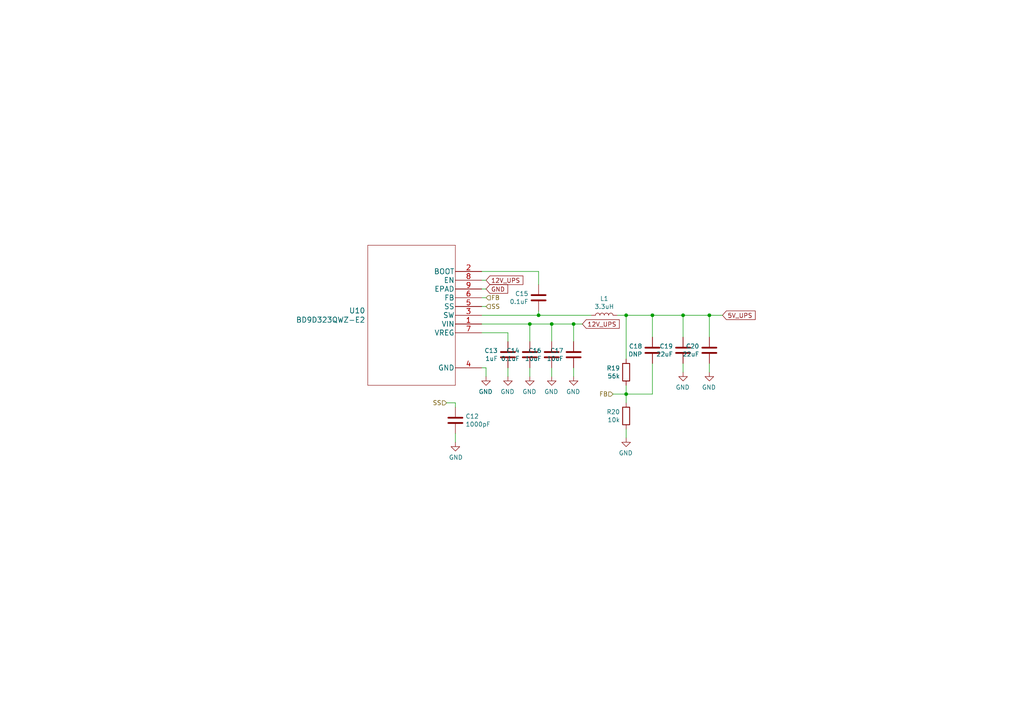
<source format=kicad_sch>
(kicad_sch (version 20211123) (generator eeschema)
  (paper "A4")
  (lib_symbols
    (symbol "Device:C" (pin_numbers hide) (pin_names (offset 0.254))
      (property "Reference" "C" (at 0.635 2.54 0))
      (property "Value" "C" (at 0.635 -2.54 0))
      (symbol "C_0_1"
        (polyline (pts (xy -2.032 -0.762) (xy 2.032 -0.762)) (stroke (width 0.508)))
        (polyline (pts (xy -2.032 0.762) (xy 2.032 0.762)) (stroke (width 0.508)))
      )
      (symbol "C_1_1"
        (pin passive line (at 0 3.81 270) (length 2.794) (name "~") (number "1"))
        (pin passive line (at 0 -3.81 90) (length 2.794) (name "~") (number "2"))
      )
    )
    (symbol "Device:L" (pin_numbers hide) (pin_names (offset 1.016) hide)
      (property "Reference" "L" (at -1.27 0 90))
      (property "Value" "L" (at 1.905 0 90))
      (symbol "L_0_1"
        (arc (start 0 -2.54) (mid 0.635 -1.905) (end 0 -1.27))
        (arc (start 0 -1.27) (mid 0.635 -0.635) (end 0 0))
        (arc (start 0 0) (mid 0.635 0.635) (end 0 1.27))
        (arc (start 0 1.27) (mid 0.635 1.905) (end 0 2.54))
      )
      (symbol "L_1_1"
        (pin passive line (at 0 3.81 270) (length 1.27) (name "1") (number "1"))
        (pin passive line (at 0 -3.81 90) (length 1.27) (name "2") (number "2"))
      )
    )
    (symbol "Device:R" (pin_numbers hide) (pin_names (offset 0))
      (property "Reference" "R" (at 2.032 0 90))
      (property "Value" "R" (at 0 0 90))
      (symbol "R_0_1"
        (rectangle (start -1.016 -2.54) (end 1.016 2.54) (stroke (width 0.254)))
      )
      (symbol "R_1_1"
        (pin passive line (at 0 3.81 270) (length 1.27) (name "~") (number "1"))
        (pin passive line (at 0 -3.81 90) (length 1.27) (name "~") (number "2"))
      )
    )
    (symbol "Ninja-qPCR:BD9D323QWZ-E2" (pin_names (offset 0.254))
      (property "Reference" "U" (at 20.32 12.7 0))
      (property "Value" "Ninja-qPCR_BD9D323QWZ-E2" (at 20.32 10.16 0))
      (symbol "BD9D323QWZ-E2_1_1"
        (polyline (pts (xy 7.62 -33.02) (xy 33.02 -33.02)) (stroke (width 0.127)))
        (polyline (pts (xy 7.62 7.62) (xy 7.62 -33.02)) (stroke (width 0.127)))
        (polyline (pts (xy 33.02 -33.02) (xy 33.02 7.62)) (stroke (width 0.127)))
        (polyline (pts (xy 33.02 7.62) (xy 7.62 7.62)) (stroke (width 0.127)))
        (pin unspecified line (at 0 -15.24 0) (length 7.62) (name "VIN") (number "1"))
        (pin unspecified line (at 0 0 0) (length 7.62) (name "BOOT") (number "2"))
        (pin unspecified line (at 0 -12.7 0) (length 7.62) (name "SW") (number "3"))
        (pin power_in line (at 0 -27.94 0) (length 7.62) (name "GND") (number "4"))
        (pin unspecified line (at 0 -10.16 0) (length 7.62) (name "SS") (number "5"))
        (pin unspecified line (at 0 -7.62 0) (length 7.62) (name "FB") (number "6"))
        (pin unspecified line (at 0 -17.78 0) (length 7.62) (name "VREG") (number "7"))
        (pin unspecified line (at 0 -2.54 0) (length 7.62) (name "EN") (number "8"))
        (pin unspecified line (at 0 -5.08 0) (length 7.62) (name "EPAD") (number "9"))
      )
    )
    (symbol "power:GND" (power) (pin_names (offset 0))
      (property "Value" "GND" (at 0 -3.81 0))
      (symbol "GND_0_1"
        (polyline (pts (xy 0 0) (xy 0 -1.27) (xy 1.27 -1.27) (xy 0 -2.54) (xy -1.27 -1.27) (xy 0 -1.27)))
      )
      (symbol "GND_1_1"
        (pin power_in line (at 0 0 270) (length 0) hide (name "GND") (number "1"))
      )
    )
  )
  (junction (at 189.23 91.44))
  (junction (at 181.61 91.44))
  (junction (at 160.02 93.98))
  (junction (at 156.21 91.44))
  (junction (at 166.37 93.98))
  (junction (at 198.12 91.44))
  (junction (at 205.74 91.44))
  (junction (at 153.67 93.98))
  (junction (at 181.61 114.3))
  (wire (pts (xy 156.21 78.74) (xy 139.7 78.74)))
  (wire (pts (xy 132.08 128.27) (xy 132.08 125.73)))
  (wire (pts (xy 189.23 97.79) (xy 189.23 91.44)))
  (wire (pts (xy 189.23 91.44) (xy 181.61 91.44)))
  (wire (pts (xy 129.54 116.84) (xy 132.08 116.84)))
  (wire (pts (xy 139.7 93.98) (xy 153.67 93.98)))
  (wire (pts (xy 132.08 116.84) (xy 132.08 118.11)))
  (wire (pts (xy 140.97 81.28) (xy 139.7 81.28)))
  (wire (pts (xy 140.97 88.9) (xy 139.7 88.9)))
  (wire (pts (xy 160.02 109.22) (xy 160.02 106.68)))
  (wire (pts (xy 160.02 93.98) (xy 166.37 93.98)))
  (wire (pts (xy 177.8 114.3) (xy 181.61 114.3)))
  (wire (pts (xy 205.74 97.79) (xy 205.74 91.44)))
  (wire (pts (xy 166.37 99.06) (xy 166.37 93.98)))
  (wire (pts (xy 140.97 109.22) (xy 140.97 106.68)))
  (wire (pts (xy 140.97 106.68) (xy 139.7 106.68)))
  (wire (pts (xy 198.12 91.44) (xy 205.74 91.44)))
  (wire (pts (xy 181.61 127) (xy 181.61 124.46)))
  (wire (pts (xy 140.97 83.82) (xy 139.7 83.82)))
  (wire (pts (xy 153.67 99.06) (xy 153.67 93.98)))
  (wire (pts (xy 198.12 107.95) (xy 198.12 105.41)))
  (wire (pts (xy 156.21 90.17) (xy 156.21 91.44)))
  (wire (pts (xy 156.21 91.44) (xy 171.45 91.44)))
  (wire (pts (xy 166.37 93.98) (xy 168.91 93.98)))
  (wire (pts (xy 166.37 109.22) (xy 166.37 106.68)))
  (wire (pts (xy 181.61 116.84) (xy 181.61 114.3)))
  (wire (pts (xy 156.21 82.55) (xy 156.21 78.74)))
  (wire (pts (xy 147.32 106.68) (xy 147.32 109.22)))
  (wire (pts (xy 153.67 93.98) (xy 160.02 93.98)))
  (wire (pts (xy 205.74 91.44) (xy 209.55 91.44)))
  (wire (pts (xy 139.7 91.44) (xy 156.21 91.44)))
  (wire (pts (xy 139.7 96.52) (xy 147.32 96.52)))
  (wire (pts (xy 189.23 114.3) (xy 181.61 114.3)))
  (wire (pts (xy 181.61 91.44) (xy 181.61 104.14)))
  (wire (pts (xy 189.23 105.41) (xy 189.23 114.3)))
  (wire (pts (xy 205.74 107.95) (xy 205.74 105.41)))
  (wire (pts (xy 181.61 91.44) (xy 179.07 91.44)))
  (wire (pts (xy 160.02 99.06) (xy 160.02 93.98)))
  (wire (pts (xy 140.97 86.36) (xy 139.7 86.36)))
  (wire (pts (xy 153.67 109.22) (xy 153.67 106.68)))
  (wire (pts (xy 198.12 91.44) (xy 198.12 97.79)))
  (wire (pts (xy 189.23 91.44) (xy 198.12 91.44)))
  (wire (pts (xy 181.61 114.3) (xy 181.61 111.76)))
  (wire (pts (xy 147.32 96.52) (xy 147.32 99.06)))
  (global_label "5V_UPS" (shape input) (at 209.55 91.44 0) (property "Intersheet References" "${INTERSHEET_REFS}" (effects hide)))
  (global_label "GND" (shape input) (at 140.97 83.82 0) (property "Intersheet References" "${INTERSHEET_REFS}" (effects hide)))
  (global_label "12V_UPS" (shape input) (at 168.91 93.98 0) (property "Intersheet References" "${INTERSHEET_REFS}" (effects hide)))
  (global_label "12V_UPS" (shape input) (at 140.97 81.28 0) (property "Intersheet References" "${INTERSHEET_REFS}" (effects hide)))
  (hierarchical_label "SS" (shape input) (at 129.54 116.84 180))
  (hierarchical_label "FB" (shape input) (at 140.97 86.36 0))
  (hierarchical_label "SS" (shape input) (at 140.97 88.9 0))
  (hierarchical_label "FB" (shape input) (at 177.8 114.3 180))
  (symbol (lib_id "Ninja-qPCR:BD9D323QWZ-E2") (at 139.7 78.74 0) (mirror y) (unit 1)
    (property "Reference" "U10" (at 105.9688 90.0938 0) (effects (font (size 1.524 1.524)) (justify left)))
    (property "Value" "BD9D323QWZ-E2" (at 105.9688 92.7862 0) (effects (font (size 1.524 1.524)) (justify left)))
    (property "Footprint" "Ninja-qPCR:BD9D323QWZ-E2" (effects hide))
  )
  (symbol (lib_id "power:GND") (at 140.97 109.22 0) (mirror y) (unit 1)
    (property "Reference" "#PWR013" (effects hide))
    (property "Value" "GND" (at 140.843 113.6142 0))
  )
  (symbol (lib_id "Device:L") (at 175.26 91.44 270) (mirror x) (unit 1)
    (property "Reference" "L1" (at 175.26 86.614 90))
    (property "Value" "3.3uH" (at 175.26 88.9254 90))
    (property "Footprint" "Ninja-qPCR:VLS6045EX-3R3N" (effects hide))
  )
  (symbol (lib_id "Device:C") (at 156.21 86.36 0) (mirror x) (unit 1)
    (property "Reference" "C15" (at 153.289 85.1916 0) (effects (justify right)))
    (property "Value" "0.1uF" (at 153.289 87.503 0) (effects (justify right)))
    (property "Footprint" "Capacitors_SMD:C_0603" (effects hide))
  )
  (symbol (lib_id "Device:C") (at 198.12 101.6 0) (mirror x) (unit 1)
    (property "Reference" "C19" (at 195.199 100.4316 0) (effects (justify right)))
    (property "Value" "22uF" (at 195.199 102.743 0) (effects (justify right)))
    (property "Footprint" "Capacitors_SMD:C_1210" (effects hide))
  )
  (symbol (lib_id "power:GND") (at 198.12 107.95 0) (mirror y) (unit 1)
    (property "Reference" "#PWR019" (effects hide))
    (property "Value" "GND" (at 197.993 112.3442 0))
  )
  (symbol (lib_id "Device:R") (at 181.61 120.65 0) (mirror y) (unit 1)
    (property "Reference" "R20" (at 179.832 119.4816 0) (effects (justify left)))
    (property "Value" "10k" (at 179.832 121.793 0) (effects (justify left)))
    (property "Footprint" "Resistors_SMD:R_0603" (effects hide))
  )
  (symbol (lib_id "power:GND") (at 181.61 127 0) (mirror y) (unit 1)
    (property "Reference" "#PWR018" (effects hide))
    (property "Value" "GND" (at 181.483 131.3942 0))
  )
  (symbol (lib_id "Device:C") (at 147.32 102.87 0) (mirror x) (unit 1)
    (property "Reference" "C13" (at 144.399 101.7016 0) (effects (justify right)))
    (property "Value" "1uF" (at 144.399 104.013 0) (effects (justify right)))
    (property "Footprint" "Capacitors_SMD:C_0603" (effects hide))
  )
  (symbol (lib_id "power:GND") (at 147.32 109.22 0) (mirror y) (unit 1)
    (property "Reference" "#PWR014" (effects hide))
    (property "Value" "GND" (at 147.193 113.6142 0))
  )
  (symbol (lib_id "power:GND") (at 153.67 109.22 0) (mirror y) (unit 1)
    (property "Reference" "#PWR015" (effects hide))
    (property "Value" "GND" (at 153.543 113.6142 0))
  )
  (symbol (lib_id "Device:C") (at 132.08 121.92 180) (unit 1)
    (property "Reference" "C12" (at 135.001 120.7516 0) (effects (justify right)))
    (property "Value" "1000pF" (at 135.001 123.063 0) (effects (justify right)))
    (property "Footprint" "Capacitors_SMD:C_0603" (effects hide))
  )
  (symbol (lib_id "power:GND") (at 132.08 128.27 0) (unit 1)
    (property "Reference" "#PWR012" (effects hide))
    (property "Value" "GND" (at 132.207 132.6642 0))
  )
  (symbol (lib_id "Device:C") (at 160.02 102.87 0) (mirror x) (unit 1)
    (property "Reference" "C16" (at 157.099 101.7016 0) (effects (justify right)))
    (property "Value" "10uF" (at 157.099 104.013 0) (effects (justify right)))
    (property "Footprint" "Capacitors_SMD:C_0805" (effects hide))
  )
  (symbol (lib_id "Device:C") (at 166.37 102.87 0) (mirror x) (unit 1)
    (property "Reference" "C17" (at 163.449 101.7016 0) (effects (justify right)))
    (property "Value" "10uF" (at 163.449 104.013 0) (effects (justify right)))
    (property "Footprint" "Capacitors_SMD:C_0805" (effects hide))
  )
  (symbol (lib_id "power:GND") (at 160.02 109.22 0) (mirror y) (unit 1)
    (property "Reference" "#PWR016" (effects hide))
    (property "Value" "GND" (at 159.893 113.6142 0))
  )
  (symbol (lib_id "power:GND") (at 166.37 109.22 0) (mirror y) (unit 1)
    (property "Reference" "#PWR017" (effects hide))
    (property "Value" "GND" (at 166.243 113.6142 0))
  )
  (symbol (lib_id "Device:C") (at 153.67 102.87 0) (mirror x) (unit 1)
    (property "Reference" "C14" (at 150.749 101.7016 0) (effects (justify right)))
    (property "Value" "0.1uF" (at 150.749 104.013 0) (effects (justify right)))
    (property "Footprint" "Capacitors_SMD:C_0603" (effects hide))
  )
  (symbol (lib_id "Device:C") (at 189.23 101.6 0) (mirror x) (unit 1)
    (property "Reference" "C18" (at 186.309 100.4316 0) (effects (justify right)))
    (property "Value" "DNP" (at 186.309 102.743 0) (effects (justify right)))
    (property "Footprint" "Capacitors_SMD:C_0805" (effects hide))
  )
  (symbol (lib_id "Device:C") (at 205.74 101.6 0) (mirror x) (unit 1)
    (property "Reference" "C20" (at 202.819 100.4316 0) (effects (justify right)))
    (property "Value" "22uF" (at 202.819 102.743 0) (effects (justify right)))
    (property "Footprint" "Capacitors_SMD:C_1210" (effects hide))
  )
  (symbol (lib_id "power:GND") (at 205.74 107.95 0) (mirror y) (unit 1)
    (property "Reference" "#PWR020" (effects hide))
    (property "Value" "GND" (at 205.613 112.3442 0))
  )
  (symbol (lib_id "Device:R") (at 181.61 107.95 0) (mirror y) (unit 1)
    (property "Reference" "R19" (at 179.832 106.7816 0) (effects (justify left)))
    (property "Value" "56k" (at 179.832 109.093 0) (effects (justify left)))
    (property "Footprint" "Resistors_SMD:R_0603" (effects hide))
  )
)
</source>
